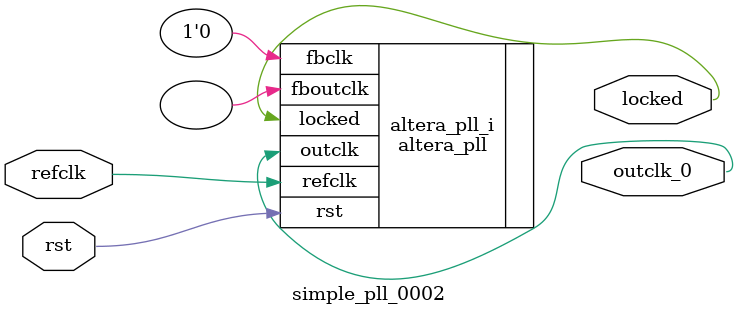
<source format=v>
`timescale 1ns/10ps
module  simple_pll_0002(

	// interface 'refclk'
	input wire refclk,

	// interface 'reset'
	input wire rst,

	// interface 'outclk0'
	output wire outclk_0,

	// interface 'locked'
	output wire locked
);

	altera_pll #(
		.fractional_vco_multiplier("false"),
		.reference_clock_frequency("50.0 MHz"),
		.operation_mode("direct"),
		.number_of_clocks(1),
		.output_clock_frequency0("240.000000 MHz"),
		.phase_shift0("0 ps"),
		.duty_cycle0(50),
		.output_clock_frequency1("0 MHz"),
		.phase_shift1("0 ps"),
		.duty_cycle1(50),
		.output_clock_frequency2("0 MHz"),
		.phase_shift2("0 ps"),
		.duty_cycle2(50),
		.output_clock_frequency3("0 MHz"),
		.phase_shift3("0 ps"),
		.duty_cycle3(50),
		.output_clock_frequency4("0 MHz"),
		.phase_shift4("0 ps"),
		.duty_cycle4(50),
		.output_clock_frequency5("0 MHz"),
		.phase_shift5("0 ps"),
		.duty_cycle5(50),
		.output_clock_frequency6("0 MHz"),
		.phase_shift6("0 ps"),
		.duty_cycle6(50),
		.output_clock_frequency7("0 MHz"),
		.phase_shift7("0 ps"),
		.duty_cycle7(50),
		.output_clock_frequency8("0 MHz"),
		.phase_shift8("0 ps"),
		.duty_cycle8(50),
		.output_clock_frequency9("0 MHz"),
		.phase_shift9("0 ps"),
		.duty_cycle9(50),
		.output_clock_frequency10("0 MHz"),
		.phase_shift10("0 ps"),
		.duty_cycle10(50),
		.output_clock_frequency11("0 MHz"),
		.phase_shift11("0 ps"),
		.duty_cycle11(50),
		.output_clock_frequency12("0 MHz"),
		.phase_shift12("0 ps"),
		.duty_cycle12(50),
		.output_clock_frequency13("0 MHz"),
		.phase_shift13("0 ps"),
		.duty_cycle13(50),
		.output_clock_frequency14("0 MHz"),
		.phase_shift14("0 ps"),
		.duty_cycle14(50),
		.output_clock_frequency15("0 MHz"),
		.phase_shift15("0 ps"),
		.duty_cycle15(50),
		.output_clock_frequency16("0 MHz"),
		.phase_shift16("0 ps"),
		.duty_cycle16(50),
		.output_clock_frequency17("0 MHz"),
		.phase_shift17("0 ps"),
		.duty_cycle17(50),
		.pll_type("General"),
		.pll_subtype("General")
	) altera_pll_i (
		.rst	(rst),
		.outclk	({outclk_0}),
		.locked	(locked),
		.fboutclk	( ),
		.fbclk	(1'b0),
		.refclk	(refclk)
	);
endmodule


</source>
